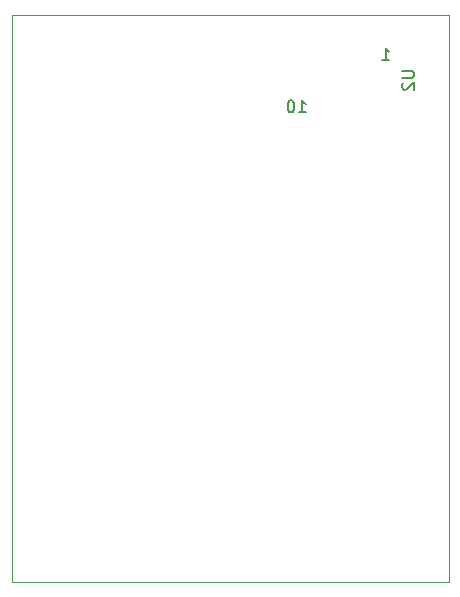
<source format=gbr>
G04 #@! TF.GenerationSoftware,KiCad,Pcbnew,5.1.5*
G04 #@! TF.CreationDate,2020-01-04T22:35:37-05:00*
G04 #@! TF.ProjectId,canairio_hw_pms,63616e61-6972-4696-9f5f-68775f706d73,rev?*
G04 #@! TF.SameCoordinates,PX4c1a6c0PY7ce98a0*
G04 #@! TF.FileFunction,Legend,Bot*
G04 #@! TF.FilePolarity,Positive*
%FSLAX46Y46*%
G04 Gerber Fmt 4.6, Leading zero omitted, Abs format (unit mm)*
G04 Created by KiCad (PCBNEW 5.1.5) date 2020-01-04 22:35:37*
%MOMM*%
%LPD*%
G04 APERTURE LIST*
%ADD10C,0.120000*%
%ADD11C,0.150000*%
G04 APERTURE END LIST*
D10*
X38628900Y47836500D02*
X1633800Y47836500D01*
X1641600Y-163500D02*
X1641600Y47842500D01*
X38628900Y-166000D02*
X1641600Y-163500D01*
X38630000Y-150800D02*
X38630000Y47842500D01*
D11*
X34682380Y43095905D02*
X35491904Y43095905D01*
X35587142Y43048286D01*
X35634761Y43000667D01*
X35682380Y42905429D01*
X35682380Y42714953D01*
X35634761Y42619715D01*
X35587142Y42572096D01*
X35491904Y42524477D01*
X34682380Y42524477D01*
X34777619Y42095905D02*
X34730000Y42048286D01*
X34682380Y41953048D01*
X34682380Y41714953D01*
X34730000Y41619715D01*
X34777619Y41572096D01*
X34872857Y41524477D01*
X34968095Y41524477D01*
X35110952Y41572096D01*
X35682380Y42143524D01*
X35682380Y41524477D01*
X25940176Y39608320D02*
X26511604Y39608320D01*
X26225890Y39608320D02*
X26225890Y40608320D01*
X26321128Y40465462D01*
X26416366Y40370224D01*
X26511604Y40322605D01*
X25321128Y40608320D02*
X25225890Y40608320D01*
X25130652Y40560700D01*
X25083033Y40513081D01*
X25035414Y40417843D01*
X24987795Y40227367D01*
X24987795Y39989272D01*
X25035414Y39798796D01*
X25083033Y39703558D01*
X25130652Y39655939D01*
X25225890Y39608320D01*
X25321128Y39608320D01*
X25416366Y39655939D01*
X25463985Y39703558D01*
X25511604Y39798796D01*
X25559223Y39989272D01*
X25559223Y40227367D01*
X25511604Y40417843D01*
X25463985Y40513081D01*
X25416366Y40560700D01*
X25321128Y40608320D01*
X33020485Y44015220D02*
X33591914Y44015220D01*
X33306200Y44015220D02*
X33306200Y45015220D01*
X33401438Y44872362D01*
X33496676Y44777124D01*
X33591914Y44729505D01*
M02*

</source>
